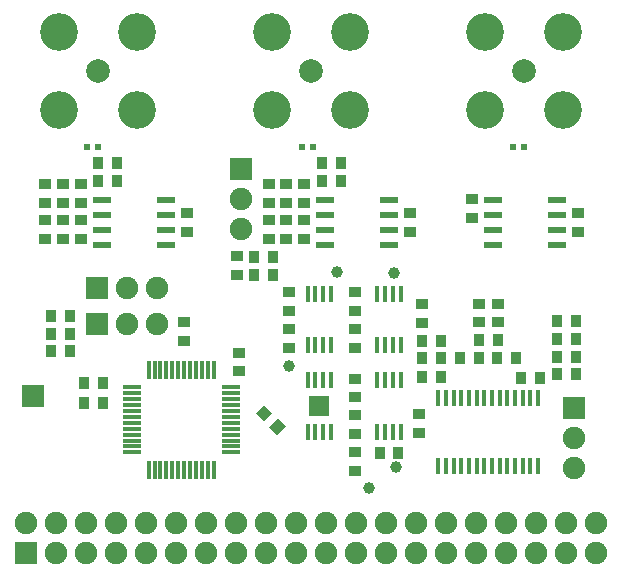
<source format=gts>
%TF.GenerationSoftware,KiCad,Pcbnew,no-vcs-found-0b1eb56~60~ubuntu16.04.1*%
%TF.CreationDate,2017-11-02T03:22:39+00:00*%
%TF.ProjectId,adcdac,6164636461632E6B696361645F706362,rev?*%
%TF.SameCoordinates,Original*%
%TF.FileFunction,Soldermask,Top*%
%TF.FilePolarity,Negative*%
%FSLAX46Y46*%
G04 Gerber Fmt 4.6, Leading zero omitted, Abs format (unit mm)*
G04 Created by KiCad (PCBNEW no-vcs-found-0b1eb56~60~ubuntu16.04.1) date Thu Nov  2 03:22:39 2017*
%MOMM*%
%LPD*%
G01*
G04 APERTURE LIST*
%ADD10R,1.900000X1.900000*%
%ADD11C,1.000000*%
%ADD12C,1.900000*%
%ADD13R,0.950000X1.000000*%
%ADD14C,0.950000*%
%ADD15C,0.100000*%
%ADD16R,1.000000X0.950000*%
%ADD17R,0.450000X1.450000*%
%ADD18R,1.662000X1.727000*%
%ADD19C,3.200000*%
%ADD20C,2.000000*%
%ADD21R,0.620000X0.620000*%
%ADD22R,0.300000X1.500000*%
%ADD23R,1.500000X0.300000*%
%ADD24R,1.550000X0.600000*%
%ADD25R,0.450000X1.350000*%
G04 APERTURE END LIST*
D10*
%TO.C,J6*%
X76500000Y-138000000D03*
%TD*%
D11*
%TO.C,TP4*%
X102200000Y-127500000D03*
%TD*%
%TO.C,TP3*%
X107200000Y-144000000D03*
%TD*%
%TO.C,TP2*%
X104900000Y-145800000D03*
%TD*%
%TO.C,TP1*%
X107000000Y-127600000D03*
%TD*%
%TO.C,TP5*%
X98100000Y-135400000D03*
%TD*%
D12*
%TO.C,J4*%
X86940000Y-128800000D03*
X84400000Y-128800000D03*
D10*
X81860000Y-128800000D03*
%TD*%
%TO.C,J3*%
X81860000Y-131900000D03*
D12*
X84400000Y-131900000D03*
X86940000Y-131900000D03*
%TD*%
D13*
%TO.C,C28*%
X120850000Y-131650000D03*
X122450000Y-131650000D03*
%TD*%
%TO.C,C8*%
X105800000Y-142800000D03*
X107400000Y-142800000D03*
%TD*%
D14*
%TO.C,C27*%
X96034315Y-139434315D03*
D15*
G36*
X95344886Y-139451993D02*
X96051993Y-138744886D01*
X96723744Y-139416637D01*
X96016637Y-140123744D01*
X95344886Y-139451993D01*
X95344886Y-139451993D01*
G37*
D14*
X97165685Y-140565685D03*
D15*
G36*
X96476256Y-140583363D02*
X97183363Y-139876256D01*
X97855114Y-140548007D01*
X97148007Y-141255114D01*
X96476256Y-140583363D01*
X96476256Y-140583363D01*
G37*
%TD*%
D13*
%TO.C,C26*%
X82400000Y-136900000D03*
X80800000Y-136900000D03*
%TD*%
D16*
%TO.C,C25*%
X93900000Y-134300000D03*
X93900000Y-135900000D03*
%TD*%
D13*
%TO.C,C24*%
X82400000Y-138600000D03*
X80800000Y-138600000D03*
%TD*%
D16*
%TO.C,C23*%
X79000000Y-124700000D03*
X79000000Y-123100000D03*
%TD*%
%TO.C,C18*%
X97900000Y-123100000D03*
X97900000Y-124700000D03*
%TD*%
D17*
%TO.C,IC7*%
X101675000Y-136600000D03*
X101025000Y-136600000D03*
X100375000Y-136600000D03*
X99725000Y-136600000D03*
X99725000Y-141000000D03*
X100375000Y-141000000D03*
X101025000Y-141000000D03*
X101675000Y-141000000D03*
D18*
X100700000Y-138800000D03*
%TD*%
D19*
%TO.C,P2*%
X78700000Y-107200000D03*
D20*
X82000000Y-110500000D03*
D19*
X85300000Y-107200000D03*
X78700000Y-113800000D03*
X85300000Y-113800000D03*
%TD*%
%TO.C,P3*%
X121300000Y-113800000D03*
X114700000Y-113800000D03*
X121300000Y-107200000D03*
D20*
X118000000Y-110500000D03*
D19*
X114700000Y-107200000D03*
%TD*%
%TO.C,P1*%
X96700000Y-107200000D03*
D20*
X100000000Y-110500000D03*
D19*
X103300000Y-107200000D03*
X96700000Y-113800000D03*
X103300000Y-113800000D03*
%TD*%
D21*
%TO.C,D3*%
X118000000Y-116900000D03*
X117100000Y-116900000D03*
%TD*%
%TO.C,D2*%
X81050000Y-116900000D03*
X81950000Y-116900000D03*
%TD*%
%TO.C,D1*%
X100150000Y-116900000D03*
X99250000Y-116900000D03*
%TD*%
D13*
%TO.C,R23*%
X122450000Y-134650000D03*
X120850000Y-134650000D03*
%TD*%
%TO.C,R21*%
X120850000Y-136150000D03*
X122450000Y-136150000D03*
%TD*%
%TO.C,R20*%
X112650000Y-134750000D03*
X114250000Y-134750000D03*
%TD*%
%TO.C,R19*%
X115750000Y-134750000D03*
X117350000Y-134750000D03*
%TD*%
%TO.C,R18*%
X79550000Y-131200000D03*
X77950000Y-131200000D03*
%TD*%
D16*
%TO.C,R26*%
X113600000Y-121300000D03*
X113600000Y-122900000D03*
%TD*%
D13*
%TO.C,R16*%
X96800000Y-126200000D03*
X95200000Y-126200000D03*
%TD*%
%TO.C,R15*%
X95200000Y-127700000D03*
X96800000Y-127700000D03*
%TD*%
D16*
%TO.C,R13*%
X89500000Y-124050000D03*
X89500000Y-122450000D03*
%TD*%
%TO.C,R12*%
X99400000Y-123100000D03*
X99400000Y-124700000D03*
%TD*%
%TO.C,R10*%
X80500000Y-121600000D03*
X80500000Y-120000000D03*
%TD*%
%TO.C,R22*%
X114200000Y-130150000D03*
X114200000Y-131750000D03*
%TD*%
D13*
%TO.C,R24*%
X120850000Y-133150000D03*
X122450000Y-133150000D03*
%TD*%
D16*
%TO.C,R25*%
X115800000Y-130150000D03*
X115800000Y-131750000D03*
%TD*%
%TO.C,C1*%
X103700000Y-129200000D03*
X103700000Y-130800000D03*
%TD*%
D13*
%TO.C,R17*%
X77950000Y-132700000D03*
X79550000Y-132700000D03*
%TD*%
%TO.C,R1*%
X102500000Y-118250000D03*
X100900000Y-118250000D03*
%TD*%
D16*
%TO.C,R2*%
X96400000Y-123100000D03*
X96400000Y-124700000D03*
%TD*%
%TO.C,R3*%
X96400000Y-121600000D03*
X96400000Y-120000000D03*
%TD*%
%TO.C,R7*%
X77500000Y-120000000D03*
X77500000Y-121600000D03*
%TD*%
D13*
%TO.C,R5*%
X82000000Y-118250000D03*
X83600000Y-118250000D03*
%TD*%
D16*
%TO.C,R6*%
X77500000Y-123100000D03*
X77500000Y-124700000D03*
%TD*%
D13*
%TO.C,R4*%
X100900000Y-119750000D03*
X102500000Y-119750000D03*
%TD*%
D16*
%TO.C,R11*%
X108400000Y-122450000D03*
X108400000Y-124050000D03*
%TD*%
%TO.C,C22*%
X122600000Y-124050000D03*
X122600000Y-122450000D03*
%TD*%
%TO.C,C21*%
X89250000Y-133350000D03*
X89250000Y-131750000D03*
%TD*%
%TO.C,C20*%
X103700000Y-138100000D03*
X103700000Y-136500000D03*
%TD*%
%TO.C,C19*%
X98100000Y-129200000D03*
X98100000Y-130800000D03*
%TD*%
%TO.C,C17*%
X98100000Y-132300000D03*
X98100000Y-133900000D03*
%TD*%
D13*
%TO.C,C16*%
X119350000Y-136450000D03*
X117750000Y-136450000D03*
%TD*%
D16*
%TO.C,C14*%
X103700000Y-141200000D03*
X103700000Y-139600000D03*
%TD*%
%TO.C,C13*%
X103700000Y-133900000D03*
X103700000Y-132300000D03*
%TD*%
D13*
%TO.C,C12*%
X77950000Y-134200000D03*
X79550000Y-134200000D03*
%TD*%
%TO.C,C11*%
X109400000Y-136400000D03*
X111000000Y-136400000D03*
%TD*%
D16*
%TO.C,C10*%
X93700000Y-127750000D03*
X93700000Y-126150000D03*
%TD*%
%TO.C,C9*%
X109150000Y-141100000D03*
X109150000Y-139500000D03*
%TD*%
%TO.C,C7*%
X103700000Y-142700000D03*
X103700000Y-144300000D03*
%TD*%
D13*
%TO.C,C6*%
X111000000Y-134800000D03*
X109400000Y-134800000D03*
%TD*%
D16*
%TO.C,C5*%
X109400000Y-130200000D03*
X109400000Y-131800000D03*
%TD*%
%TO.C,C4*%
X79000000Y-121600000D03*
X79000000Y-120000000D03*
%TD*%
D13*
%TO.C,C3*%
X111000000Y-133300000D03*
X109400000Y-133300000D03*
%TD*%
D16*
%TO.C,C2*%
X97900000Y-121600000D03*
X97900000Y-120000000D03*
%TD*%
D13*
%TO.C,R9*%
X82000000Y-119750000D03*
X83600000Y-119750000D03*
%TD*%
%TO.C,C15*%
X115800000Y-133250000D03*
X114200000Y-133250000D03*
%TD*%
D16*
%TO.C,R8*%
X99400000Y-121600000D03*
X99400000Y-120000000D03*
%TD*%
%TO.C,R14*%
X80500000Y-123100000D03*
X80500000Y-124700000D03*
%TD*%
D10*
%TO.C,J1*%
X75870000Y-151270000D03*
D12*
X75870000Y-148730000D03*
X78410000Y-151270000D03*
X78410000Y-148730000D03*
X80950000Y-151270000D03*
X80950000Y-148730000D03*
X83490000Y-151270000D03*
X83490000Y-148730000D03*
X86030000Y-151270000D03*
X86030000Y-148730000D03*
X88570000Y-151270000D03*
X88570000Y-148730000D03*
X91110000Y-151270000D03*
X91110000Y-148730000D03*
X93650000Y-151270000D03*
X93650000Y-148730000D03*
X96190000Y-151270000D03*
X96190000Y-148730000D03*
X98730000Y-151270000D03*
X98730000Y-148730000D03*
X101270000Y-151270000D03*
X101270000Y-148730000D03*
X103810000Y-151270000D03*
X103810000Y-148730000D03*
X106350000Y-151270000D03*
X106350000Y-148730000D03*
X108890000Y-151270000D03*
X108890000Y-148730000D03*
X111430000Y-151270000D03*
X111430000Y-148730000D03*
X113970000Y-151270000D03*
X113970000Y-148730000D03*
X116510000Y-151270000D03*
X116510000Y-148730000D03*
X119050000Y-151270000D03*
X119050000Y-148730000D03*
X121590000Y-151270000D03*
X121590000Y-148730000D03*
X124130000Y-151270000D03*
X124130000Y-148730000D03*
%TD*%
D22*
%TO.C,IC9*%
X91750000Y-135800000D03*
X91250000Y-135800000D03*
X90750000Y-135800000D03*
X90250000Y-135800000D03*
X89750000Y-135800000D03*
X89250000Y-135800000D03*
X88750000Y-135800000D03*
X88250000Y-135800000D03*
X87750000Y-135800000D03*
X87250000Y-135800000D03*
X86750000Y-135800000D03*
X86250000Y-135800000D03*
D23*
X84800000Y-137250000D03*
X84800000Y-137750000D03*
X84800000Y-138250000D03*
X84800000Y-138750000D03*
X84800000Y-139250000D03*
X84800000Y-139750000D03*
X84800000Y-140250000D03*
X84800000Y-140750000D03*
X84800000Y-141250000D03*
X84800000Y-141750000D03*
X84800000Y-142250000D03*
X84800000Y-142750000D03*
D22*
X86250000Y-144200000D03*
X86750000Y-144200000D03*
X87250000Y-144200000D03*
X87750000Y-144200000D03*
X88250000Y-144200000D03*
X88750000Y-144200000D03*
X89250000Y-144200000D03*
X89750000Y-144200000D03*
X90250000Y-144200000D03*
X90750000Y-144200000D03*
X91250000Y-144200000D03*
X91750000Y-144200000D03*
D23*
X93200000Y-142750000D03*
X93200000Y-142250000D03*
X93200000Y-141750000D03*
X93200000Y-141250000D03*
X93200000Y-140750000D03*
X93200000Y-140250000D03*
X93200000Y-139750000D03*
X93200000Y-139250000D03*
X93200000Y-138750000D03*
X93200000Y-138250000D03*
X93200000Y-137750000D03*
X93200000Y-137250000D03*
%TD*%
D17*
%TO.C,IC4*%
X107575000Y-141000000D03*
X106925000Y-141000000D03*
X106275000Y-141000000D03*
X105625000Y-141000000D03*
X105625000Y-136600000D03*
X106275000Y-136600000D03*
X106925000Y-136600000D03*
X107575000Y-136600000D03*
%TD*%
%TO.C,IC6*%
X101675000Y-133700000D03*
X101025000Y-133700000D03*
X100375000Y-133700000D03*
X99725000Y-133700000D03*
X99725000Y-129300000D03*
X100375000Y-129300000D03*
X101025000Y-129300000D03*
X101675000Y-129300000D03*
%TD*%
%TO.C,IC1*%
X107575000Y-129300000D03*
X106925000Y-129300000D03*
X106275000Y-129300000D03*
X105625000Y-129300000D03*
X105625000Y-133700000D03*
X106275000Y-133700000D03*
X106925000Y-133700000D03*
X107575000Y-133700000D03*
%TD*%
D12*
%TO.C,J2*%
X122300000Y-144040000D03*
X122300000Y-141500000D03*
D10*
X122300000Y-138960000D03*
%TD*%
%TO.C,J5*%
X94100000Y-118760000D03*
D12*
X94100000Y-121300000D03*
X94100000Y-123840000D03*
%TD*%
D24*
%TO.C,IC2*%
X101200000Y-121345000D03*
X101200000Y-122615000D03*
X101200000Y-123885000D03*
X101200000Y-125155000D03*
X106600000Y-125155000D03*
X106600000Y-123885000D03*
X106600000Y-122615000D03*
X106600000Y-121345000D03*
%TD*%
%TO.C,IC3*%
X87700000Y-121345000D03*
X87700000Y-122615000D03*
X87700000Y-123885000D03*
X87700000Y-125155000D03*
X82300000Y-125155000D03*
X82300000Y-123885000D03*
X82300000Y-122615000D03*
X82300000Y-121345000D03*
%TD*%
%TO.C,IC8*%
X115400000Y-121345000D03*
X115400000Y-122615000D03*
X115400000Y-123885000D03*
X115400000Y-125155000D03*
X120800000Y-125155000D03*
X120800000Y-123885000D03*
X120800000Y-122615000D03*
X120800000Y-121345000D03*
%TD*%
D25*
%TO.C,IC5*%
X110775000Y-143875000D03*
X111425000Y-143875000D03*
X112075000Y-143875000D03*
X112725000Y-143875000D03*
X113375000Y-143875000D03*
X114025000Y-143875000D03*
X114675000Y-143875000D03*
X115325000Y-143875000D03*
X115975000Y-143875000D03*
X116625000Y-143875000D03*
X117275000Y-143875000D03*
X117925000Y-143875000D03*
X118575000Y-143875000D03*
X119225000Y-143875000D03*
X119225000Y-138125000D03*
X118575000Y-138125000D03*
X117925000Y-138125000D03*
X117275000Y-138125000D03*
X116625000Y-138125000D03*
X115975000Y-138125000D03*
X115325000Y-138125000D03*
X114675000Y-138125000D03*
X114025000Y-138125000D03*
X113375000Y-138125000D03*
X112725000Y-138125000D03*
X112075000Y-138125000D03*
X111425000Y-138125000D03*
X110775000Y-138125000D03*
%TD*%
M02*

</source>
